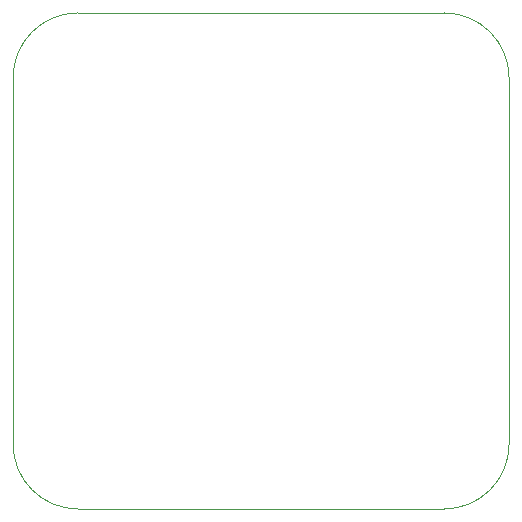
<source format=gbr>
%TF.GenerationSoftware,KiCad,Pcbnew,7.0.6*%
%TF.CreationDate,2024-06-11T21:52:18-04:00*%
%TF.ProjectId,Axis_Basic,41786973-5f42-4617-9369-632e6b696361,rev?*%
%TF.SameCoordinates,Original*%
%TF.FileFunction,Profile,NP*%
%FSLAX46Y46*%
G04 Gerber Fmt 4.6, Leading zero omitted, Abs format (unit mm)*
G04 Created by KiCad (PCBNEW 7.0.6) date 2024-06-11 21:52:18*
%MOMM*%
%LPD*%
G01*
G04 APERTURE LIST*
%TA.AperFunction,Profile*%
%ADD10C,0.100000*%
%TD*%
G04 APERTURE END LIST*
D10*
X129000000Y-115500000D02*
G75*
G03*
X134500000Y-121000000I5500000J0D01*
G01*
X171000000Y-84500000D02*
G75*
G03*
X165500000Y-79000000I-5500000J0D01*
G01*
X134500000Y-79000000D02*
G75*
G03*
X129000000Y-84500000I0J-5500000D01*
G01*
X134500000Y-79000000D02*
X165500000Y-79000000D01*
X165500000Y-121000000D02*
G75*
G03*
X171000000Y-115500000I0J5500000D01*
G01*
X171000000Y-84500000D02*
X171000000Y-115500000D01*
X165500000Y-121000000D02*
X134500000Y-121000000D01*
X129000000Y-115500000D02*
X129000000Y-84500000D01*
M02*

</source>
